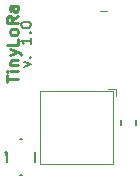
<source format=gto>
G04 #@! TF.GenerationSoftware,KiCad,Pcbnew,(5.0.1-3-g963ef8bb5)*
G04 #@! TF.CreationDate,2019-02-27T23:12:09+01:00*
G04 #@! TF.ProjectId,TLM-v1,544C4D2D76312E6B696361645F706362,1.0*
G04 #@! TF.SameCoordinates,Original*
G04 #@! TF.FileFunction,Legend,Top*
G04 #@! TF.FilePolarity,Positive*
%FSLAX46Y46*%
G04 Gerber Fmt 4.6, Leading zero omitted, Abs format (unit mm)*
G04 Created by KiCad (PCBNEW (5.0.1-3-g963ef8bb5)) date 2019 February 27, Wednesday 23:12:09*
%MOMM*%
%LPD*%
G01*
G04 APERTURE LIST*
%ADD10C,0.175000*%
%ADD11C,0.225000*%
%ADD12C,0.120000*%
%ADD13C,0.200000*%
G04 APERTURE END LIST*
D10*
X131848571Y-79015238D02*
X132381904Y-78789047D01*
X131848571Y-78562857D01*
X132305714Y-78200952D02*
X132343809Y-78155714D01*
X132381904Y-78200952D01*
X132343809Y-78246190D01*
X132305714Y-78200952D01*
X132381904Y-78200952D01*
X132381904Y-76527142D02*
X132381904Y-77070000D01*
X132381904Y-76798571D02*
X131581904Y-76798571D01*
X131696190Y-76889047D01*
X131772380Y-76979523D01*
X131810476Y-77070000D01*
X132305714Y-76120000D02*
X132343809Y-76074761D01*
X132381904Y-76120000D01*
X132343809Y-76165238D01*
X132305714Y-76120000D01*
X132381904Y-76120000D01*
X131581904Y-75486666D02*
X131581904Y-75396190D01*
X131620000Y-75305714D01*
X131658095Y-75260476D01*
X131734285Y-75215238D01*
X131886666Y-75170000D01*
X132077142Y-75170000D01*
X132229523Y-75215238D01*
X132305714Y-75260476D01*
X132343809Y-75305714D01*
X132381904Y-75396190D01*
X132381904Y-75486666D01*
X132343809Y-75577142D01*
X132305714Y-75622380D01*
X132229523Y-75667619D01*
X132077142Y-75712857D01*
X131886666Y-75712857D01*
X131734285Y-75667619D01*
X131658095Y-75622380D01*
X131620000Y-75577142D01*
X131581904Y-75486666D01*
D11*
X130340561Y-80312400D02*
X130340561Y-79712400D01*
X131290561Y-80012400D02*
X130340561Y-80012400D01*
X131290561Y-79362400D02*
X130657228Y-79362400D01*
X130340561Y-79362400D02*
X130385800Y-79412400D01*
X130431038Y-79362400D01*
X130385800Y-79312400D01*
X130340561Y-79362400D01*
X130431038Y-79362400D01*
X130657228Y-78862400D02*
X131290561Y-78862400D01*
X130747704Y-78862400D02*
X130702466Y-78812400D01*
X130657228Y-78712400D01*
X130657228Y-78562400D01*
X130702466Y-78462400D01*
X130792942Y-78412400D01*
X131290561Y-78412400D01*
X130657228Y-78012400D02*
X131290561Y-77762400D01*
X130657228Y-77512400D02*
X131290561Y-77762400D01*
X131516752Y-77862400D01*
X131561990Y-77912400D01*
X131607228Y-78012400D01*
X131290561Y-76612400D02*
X131290561Y-77112400D01*
X130340561Y-77112400D01*
X131290561Y-76112400D02*
X131245323Y-76212400D01*
X131200085Y-76262400D01*
X131109609Y-76312400D01*
X130838180Y-76312400D01*
X130747704Y-76262400D01*
X130702466Y-76212400D01*
X130657228Y-76112400D01*
X130657228Y-75962400D01*
X130702466Y-75862400D01*
X130747704Y-75812400D01*
X130838180Y-75762400D01*
X131109609Y-75762400D01*
X131200085Y-75812400D01*
X131245323Y-75862400D01*
X131290561Y-75962400D01*
X131290561Y-76112400D01*
X131290561Y-74712400D02*
X130838180Y-75062400D01*
X131290561Y-75312400D02*
X130340561Y-75312400D01*
X130340561Y-74912400D01*
X130385800Y-74812400D01*
X130431038Y-74762400D01*
X130521514Y-74712400D01*
X130657228Y-74712400D01*
X130747704Y-74762400D01*
X130792942Y-74812400D01*
X130838180Y-74912400D01*
X130838180Y-75312400D01*
X131290561Y-73812400D02*
X130792942Y-73812400D01*
X130702466Y-73862400D01*
X130657228Y-73962400D01*
X130657228Y-74162400D01*
X130702466Y-74262400D01*
X131245323Y-73812400D02*
X131290561Y-73912400D01*
X131290561Y-74162400D01*
X131245323Y-74262400D01*
X131154847Y-74312400D01*
X131064371Y-74312400D01*
X130973895Y-74262400D01*
X130928657Y-74162400D01*
X130928657Y-73912400D01*
X130883419Y-73812400D01*
D12*
G04 #@! TO.C,U2*
X139371000Y-87237500D02*
X133171000Y-87237500D01*
X139371000Y-81037500D02*
X133171000Y-81037500D01*
X133171000Y-81037500D02*
X133171000Y-87237500D01*
X139371000Y-81037500D02*
X139371000Y-87237500D01*
X139571000Y-80837500D02*
X138971000Y-80837500D01*
X139571000Y-81437500D02*
X139571000Y-80837500D01*
G04 #@! TO.C,U3*
X138840000Y-74310000D02*
X138240000Y-74310000D01*
D13*
G04 #@! TO.C,XC1*
X130172000Y-86214000D02*
X130372000Y-86614000D01*
X130372000Y-86214000D02*
X130172000Y-86214000D01*
X131672000Y-88114000D02*
X131472000Y-88114000D01*
X131672000Y-85114000D02*
X131472000Y-85114000D01*
X132772000Y-86214000D02*
X132772000Y-87014000D01*
X130372000Y-86214000D02*
X130372000Y-87014000D01*
G04 #@! TO.C,Y1*
X140070000Y-83510000D02*
X140070000Y-83910000D01*
X141270000Y-83510000D02*
X141270000Y-83910000D01*
G04 #@! TD*
M02*

</source>
